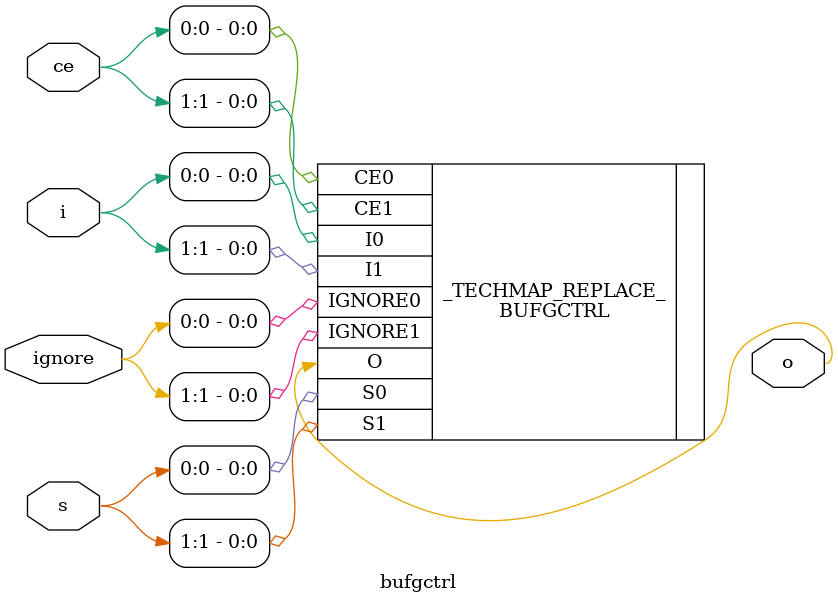
<source format=v>
`define MEM_MINWIDTH 1
`define MEM_MAXADDR PPP
`define MEM_MAXDATA 36
`define MAX(a,b) (a > b ? a : b)
`define MIN(a,b) (a < b ? a : b)

module \$mem (RD_CLK, RD_ADDR, RD_DATA, WR_CLK, WR_EN, WR_ADDR, WR_DATA);
	parameter MEMID = "";
	parameter SIZE = 256;
	parameter OFFSET = 0;
	parameter ABITS = 8;
	parameter WIDTH = 8;
	
	parameter RD_PORTS = 1;
	parameter RD_CLK_ENABLE = 1'b1;
	parameter RD_CLK_POLARITY = 1'b1;
	parameter RD_TRANSPARENT = 1'b1;
	
	parameter WR_PORTS = 1;
	parameter WR_CLK_ENABLE = 1'b1;
	parameter WR_CLK_POLARITY = 1'b1;
	
	input [RD_PORTS-1:0] RD_CLK;
	input [RD_PORTS*ABITS-1:0] RD_ADDR;
	output reg [RD_PORTS*WIDTH-1:0] RD_DATA;
	
	input [WR_PORTS-1:0] WR_CLK;
	input [WR_PORTS*ABITS-1:0] WR_ADDR;
	input [WR_PORTS*WIDTH-1:0] WR_DATA, WR_EN;
	
	wire [1023:0] _TECHMAP_DO_ = "proc; clean";
	
	parameter _TECHMAP_CONNMAP_RD_CLK_ = 0;
	parameter _TECHMAP_CONNMAP_WR_CLK_ = 0;
	parameter _TECHMAP_CONNMAP_RD_ADDR_ = 0;
	parameter _TECHMAP_CONNMAP_WR_ADDR_ = 0;
	parameter _TECHMAP_CONNMAP_WR_EN_ = 0;
	parameter _TECHMAP_BITS_CONNMAP_ = 0;
	//parameter _TECHMAP_CONNMAP_RD_PORTS_ = 0;
	//parameter _TECHMAP_CONNMAP_WR_PORTS_ = 0;
	
	reg _TECHMAP_FAIL_;
	initial begin
		_TECHMAP_FAIL_ <= 0;
	
		// only map cells with only one read and one write port
		if (RD_PORTS > 2 || WR_PORTS > 2)
			_TECHMAP_FAIL_ <= 1;
	
		// we expect positive read clock and non-transparent reads
		if (RD_TRANSPARENT || !RD_CLK_ENABLE || !RD_CLK_POLARITY)
			_TECHMAP_FAIL_ <= 1;
	
		// we expect positive write clock
		if (!WR_CLK_ENABLE || !WR_CLK_POLARITY)
			_TECHMAP_FAIL_ <= 1;
	
		// read and write must be in same clock domain
		if (_TECHMAP_CONNMAP_RD_CLK_ != _TECHMAP_CONNMAP_WR_CLK_)
			_TECHMAP_FAIL_ <= 1;
	
		// we don't do small memories or memories with offsets
		if (OFFSET != 0 || ABITS < `MEM_MINWIDTH || SIZE < 2**`MEM_MINWIDTH)
			_TECHMAP_FAIL_ <= 1;
	
	end

	genvar i;
	for (i = 0; i < `MAX(RD_PORTS, WR_PORTS); i = i+1) begin
		initial begin
			// check each pair of read and write port are the same
			if (RD_PORTS >= i && WR_PORTS >= i) begin
				if (_TECHMAP_CONNMAP_RD_ADDR_[ABITS*_TECHMAP_BITS_CONNMAP_*(i+1)-1:ABITS*_TECHMAP_BITS_CONNMAP_*i] != _TECHMAP_CONNMAP_WR_ADDR_[ABITS*_TECHMAP_BITS_CONNMAP_*(i+1)-1:ABITS*_TECHMAP_BITS_CONNMAP_*i])
					_TECHMAP_FAIL_ <= 1;
			end
		end
		// check all bits of write enable are the same
		if (i < WR_PORTS) begin
			genvar j;
			for (j = 1; j < WIDTH; j = j+1) begin
				initial begin
					if (_TECHMAP_CONNMAP_WR_EN_[(WIDTH*i+j+1)*_TECHMAP_BITS_CONNMAP_-1:(WIDTH*i+j)*_TECHMAP_BITS_CONNMAP_] != _TECHMAP_CONNMAP_WR_EN_[(WIDTH*i+1)*_TECHMAP_BITS_CONNMAP_-1:(WIDTH*i)*_TECHMAP_BITS_CONNMAP_])
						_TECHMAP_FAIL_ <= 1;
				end
			end
		end
	end

	
	\$__mem_gen #(
		.MEMID(MEMID), .SIZE(SIZE), .OFFSET(OFFSET), .ABITS(ABITS), .WIDTH(WIDTH),
		.RD_PORTS(RD_PORTS), .RD_CLK_ENABLE(RD_CLK_ENABLE), .RD_CLK_POLARITY(RD_CLK_POLARITY), .RD_TRANSPARENT(RD_TRANSPARENT),
		.WR_PORTS(WR_PORTS), .WR_CLK_ENABLE(WR_CLK_ENABLE), .WR_CLK_POLARITY(WR_CLK_POLARITY)
	) _TECHMAP_REPLACE_ (
		.RD_CLK(RD_CLK),
		.RD_ADDR(RD_ADDR),
		.RD_DATA(RD_DATA),
		.WR_CLK(WR_CLK),
		.WR_EN(WR_EN),
		.WR_ADDR(WR_ADDR),
		.WR_DATA(WR_DATA)
	);
endmodule

module \$__mem_gen (RD_CLK, RD_ADDR, RD_DATA, WR_CLK, WR_EN, WR_ADDR, WR_DATA);
	parameter MEMID = "";
	parameter SIZE = 256;
	parameter OFFSET = 0;
	parameter ABITS = 8;
	parameter WIDTH = 8;
	
	parameter RD_PORTS = 1;
	parameter RD_CLK_ENABLE = 1'b1;
	parameter RD_CLK_POLARITY = 1'b1;
	parameter RD_TRANSPARENT = 1'b1;
	
	parameter WR_PORTS = 1;
	parameter WR_CLK_ENABLE = 1'b1;
	parameter WR_CLK_POLARITY = 1'b1;
	
	input [RD_PORTS-1:0] RD_CLK;
	input [RD_PORTS*ABITS-1:0] RD_ADDR;
	output reg [RD_PORTS*WIDTH-1:0] RD_DATA;
	
	input [WR_PORTS-1:0] WR_CLK;
	input [WR_PORTS*ABITS-1:0] WR_ADDR;
	input [WR_PORTS*WIDTH-1:0] WR_DATA, WR_EN;

	wire [1023:0] _TECHMAP_DO_ = "proc; clean";

	genvar i;
	generate
		if (ABITS > `MEM_MAXADDR) begin
			wire [WIDTH-1:0] rd_data_hi, rd_data_lo;
			wire [(ABITS-1)*RD_PORTS-1:0] rd_addr_new;
			for (i = 0; i < RD_PORTS; i = i+1) begin
				assign rd_addr_new[(ABITS-1)*(i+1):(ABITS-1)*i] = RD_ADDR[ABITS*(i+1)-2:ABITS*i];
			end
			wire [(ABITS-1)*WR_PORTS-1:0] wr_addr_new;
			wire [WR_PORTS-1:0] wr_en_new;
			for (i = 0; i < WR_PORTS; i = i+1) begin
				assign wr_addr_new[(ABITS-1)*(i+1):(ABITS-1)*i] = WR_ADDR[ABITS*(i+1)-2:ABITS*i];
				assign wr_en_new[i] = WR_EN[i] & WR_ADDR[ABITS*(i+1)-1];
			end

			if (SIZE > 2**(ABITS-1)) begin
				\$__mem_gen #(
					.MEMID(MEMID), .SIZE(SIZE - 2**(ABITS-1)), .OFFSET(OFFSET), .ABITS(ABITS-1), .WIDTH(WIDTH),
					.RD_PORTS(RD_PORTS), .RD_CLK_ENABLE(RD_CLK_ENABLE), .RD_CLK_POLARITY(RD_CLK_POLARITY), .RD_TRANSPARENT(RD_TRANSPARENT),
					.WR_PORTS(WR_PORTS), .WR_CLK_ENABLE(WR_CLK_ENABLE), .WR_CLK_POLARITY(WR_CLK_POLARITY)
				) mem_hi (
					.RD_CLK(RD_CLK),
					.RD_ADDR(rd_addr_new),
					.RD_DATA(rd_data_hi),
					.WR_CLK(WR_CLK),
					.WR_EN(wr_en_new),
					.WR_ADDR(wr_addr_new),
					.WR_DATA(WR_DATA)
				);
			end 
			else begin
				assign rd_data_hi = {{WIDTH}{1'bx}};
			end

			\$__mem_gen #(
				.MEMID(MEMID), .SIZE(SIZE > 2**(ABITS-1) ? 2**(ABITS-1) : SIZE), .OFFSET(OFFSET), .ABITS(ABITS-1), .WIDTH(WIDTH),
				.RD_PORTS(RD_PORTS), .RD_CLK_ENABLE(RD_CLK_ENABLE), .RD_CLK_POLARITY(RD_CLK_POLARITY), .RD_TRANSPARENT(RD_TRANSPARENT),
				.WR_PORTS(WR_PORTS), .WR_CLK_ENABLE(WR_CLK_ENABLE), .WR_CLK_POLARITY(WR_CLK_POLARITY)
			) mem_lo (
				.RD_CLK(RD_CLK),
				.RD_ADDR(rd_addr_new),
				.RD_DATA(rd_data_lo),
				.WR_CLK(WR_CLK),
				.WR_EN(wr_en_new),
				.WR_ADDR(wr_addr_new),
				.WR_DATA(WR_DATA)
			);

			reg [RD_PORTS-1:0] delayed_abit;
			for (i = 0; i < RD_PORTS; i = i+1) begin
				always @(posedge RD_CLK[i])
					delayed_abit[i] <= RD_ADDR[ABITS*(i+1)-1];
				assign RD_DATA[WIDTH*(i+1)-1:WIDTH*i] = delayed_abit[i] ? rd_data_hi : rd_data_lo;
			end
		end 
		else begin
			localparam step = (	ABITS == 15 ? 1 :
						ABITS == 14 ? 2 :
						ABITS == 13 ? 4 :
						ABITS == 12 ? 9 :
						ABITS == 11 ? 18 :
						ABITS == 10 ? 36 :
						/*ABITS == 9 ?*/ 
						RD_PORTS < 2 && WR_PORTS < 2 ? 72 : 36);
			for (i = 0; i < WIDTH; i = i+step) begin:slice
				wire [`MEM_MAXDATA-1:0] in1, in2;
				wire [`MEM_MAXDATA-1:0] out1, out2;
				wire [ABITS-1:0] addr2;
				wire [7:0] we2;

				assign in1 = `MEM_MAXDATA'bx;
				assign in2 = `MEM_MAXDATA'bx;
				case (step)
					/* Twiddle data so that it still works
					* even if we drop to RAMB18 */
					9: assign {in1[8-1:8/2], in1[32], in1[8/2-1:0]} = WR_DATA[`MIN(i+step,WIDTH)-1:i];
					18: assign {in1[33], in1[16-1:16/2], in1[32], in1[16/2-1:0]} = WR_DATA[`MIN(i+step,WIDTH)-1:i];
					36: assign {in1[35:34], in1[32-1:32/2], in1[33:32], in1[32/2-1:0]} = WR_DATA[`MIN(i+step,WIDTH)-1:i];
					72: assign {in2[35:34], in1[35:34], in2[64/2-1:64/4], in1[64/2-1:64/4], 
						    in2[33:32], in1[33:32], in2[64/4-1:0], in1[64/4-1:0]} = WR_DATA[`MIN(i+step,WIDTH)-1:i];
					default: assign in1[step-1:0] = WR_DATA[`MIN(i+step,WIDTH)-1:i];
				endcase
				if (WR_PORTS > 1) begin
					case (step)
						9: assign {in2[8-1:8/2], in2[32], in2[8/2-1:0]} = WR_DATA[WIDTH+`MIN(i+step,WIDTH)-1:WIDTH+i];
						18: assign {in2[33], in2[16-1:16/2], in2[32], in2[16/2-1:0]} = WR_DATA[WIDTH+`MIN(i+step,WIDTH)-1:WIDTH+i];
						36: assign {in2[35:34], in2[32-1:32/2], in2[33:32], in2[32/2-1:0]} = WR_DATA[WIDTH+`MIN(i+step,WIDTH)-1:WIDTH+i];
						default:  assign in2[step-1:0] = WR_DATA[WIDTH+`MIN(i+step,WIDTH)-1:WIDTH+i];
					endcase
				end

				case (step)
					9: assign RD_DATA[`MIN(i+step,WIDTH)-1:i] = { out1[8-1:8/2], out1[32], out1[8/2-1:0] };
					18: assign RD_DATA[`MIN(i+step,WIDTH)-1:i] = { out1[33], out1[16-1:16/2], out1[32], out1[16/2-1:0] };
					36: assign RD_DATA[`MIN(i+step,WIDTH)-1:i] = { out1[35:34], out1[32-1:32/2], out1[33:32], out1[32/2-1:0] };
					72: assign RD_DATA[`MIN(i+step,WIDTH)-1:i] = { 
						out2[35:34], out1[35:34], out2[64/2-1:64/4], out1[64/2-1:64/4], 
						out2[33:32], out1[33:32], out2[64/4-1:0], out1[64/4-1:0] };
					default: assign RD_DATA[`MIN(i+step,WIDTH)-1:i] = out1[step-1:0];
				endcase
				if (RD_PORTS > 1) begin
					case (step)
						9: assign RD_DATA[WIDTH+`MIN(i+step,WIDTH)-1:WIDTH+i] = { out2[8-1:8/2], out2[32], out2[8/2-1:0] };
						18: assign RD_DATA[WIDTH+`MIN(i+step,WIDTH)-1:WIDTH+i] = { out2[33], out2[16-1:16/2], out2[32], out2[16/2-1:0] };
						36: assign RD_DATA[WIDTH+`MIN(i+step,WIDTH)-1:WIDTH+i] = { out2[35:34], out2[32-1:32/2], out2[33:32], out2[32/2-1:0] };
						default: assign RD_DATA[WIDTH+`MIN(i+step,WIDTH)-1:WIDTH+i] = out2[step-1:0];
					endcase
				end

				if (step < 72) begin
					if (RD_PORTS > 1 || WR_PORTS > 1) begin
						assign addr2 = RD_ADDR[2*ABITS-1:ABITS];
						assign we2 = {{8}{WR_EN[WIDTH]}};
					end
					else begin
						assign addr2 = `MEM_MAXADDR'bx;
						assign we2[7:0] = 8'b0;
					end
				end
				else begin
					assign addr2 = RD_ADDR;
					assign we2[7:0] = {{8}{WR_EN[0]}};
				end

				if (WIDTH <= i + step/2) begin
					RAMB18E1 #(
						// For single port, step >= 36, use `MEM_MAXDATA and both ports
						.READ_WIDTH_A(`MIN(step, `MEM_MAXDATA)/2),
						.READ_WIDTH_B(`MIN(step, `MEM_MAXDATA)/2),
						.WRITE_WIDTH_A(`MIN(step, `MEM_MAXDATA)/2),
						.WRITE_WIDTH_B(`MIN(step, `MEM_MAXDATA)/2)
					) m (
						.CLKARDCLK(RD_CLK[0]),
						.ADDRARDADDR0(RD_ADDR[0]), .ADDRARDADDR1(RD_ADDR[1]), .ADDRARDADDR2(RD_ADDR[2]), .ADDRARDADDR3(RD_ADDR[3]), .ADDRARDADDR4(RD_ADDR[4]), 
						.ADDRARDADDR5(RD_ADDR[5]), .ADDRARDADDR6(RD_ADDR[6]), .ADDRARDADDR7(RD_ADDR[7]), .ADDRARDADDR8(RD_ADDR[8]),  .ADDRARDADDR9(RD_ADDR[9]),
						.ADDRARDADDR10(RD_ADDR[10]), .ADDRARDADDR11(RD_ADDR[11]), .ADDRARDADDR12(RD_ADDR[12]), .ADDRARDADDR13(RD_ADDR[13]),
						.DOADO0(out1[0]), .DOADO1(out1[1]), .DOADO2(out1[2]), .DOADO3(out1[3]), .DOADO4(out1[4]), .DOADO5(out1[5]), .DOADO6(out1[6]), .DOADO7(out1[7]), .DOADO8(out1[8]), .DOADO9(out1[9]),
						.DOADO10(out1[10]), .DOADO11(out1[11]), .DOADO12(out1[12]), .DOADO13(out1[13]), .DOADO14(out1[14]), .DOADO15(out1[15]),
						.DOPADOP0(out1[32]),  .DOPADOP1(out1[33]),
						.DIADI0(in1[0]), .DIADI1(in1[1]), .DIADI2(in1[2]), .DIADI3(in1[3]), .DIADI4(in1[4]), .DIADI5(in1[5]), .DIADI6(in1[6]),  .DIADI7(in1[7]), .DIADI8(in1[8]), .DIADI9(in1[9]),
						.DIADI10(in1[10]), .DIADI11(in1[11]), .DIADI12(in1[12]), .DIADI13(in1[13]), .DIADI14(in1[14]), .DIADI15(in1[15]),
						.DIPADIP0(in1[32]), .DIPADIP1(in1[33]),
						.WEA0(WR_EN[0]), .WEA1(WR_EN[0]),
						.CLKBWRCLK(RD_CLK[1]),
						.ADDRBWRADDR0(addr2[0]), .ADDRBWRADDR1(addr2[1]), .ADDRBWRADDR2(addr2[2]), .ADDRBWRADDR3(addr2[3]), .ADDRBWRADDR4(addr2[4]),
						.ADDRBWRADDR5(addr2[5]), .ADDRBWRADDR6(addr2[6]), .ADDRBWRADDR7(addr2[7]), .ADDRBWRADDR8(addr2[8]), .ADDRBWRADDR9(addr2[9]),
						.ADDRBWRADDR10(addr2[10]), .ADDRBWRADDR11(addr2[11]), .ADDRBWRADDR12(addr2[12]), .ADDRBWRADDR13(addr2[13]),
						.DOBDO0(out2[0]), .DOBDO1(out2[1]), .DOBDO2(out2[2]), .DOBDO3(out2[3]), .DOBDO4(out2[4]), .DOBDO5(out2[5]), .DOBDO6(out2[6]), .DOBDO7(out2[7]), .DOBDO8(out2[8]), .DOBDO9(out2[9]),
						.DOBDO10(out2[10]), .DOBDO11(out2[11]), .DOBDO12(out2[12]), .DOBDO13(out2[13]), .DOBDO14(out2[14]), .DOBDO15(out2[15]),
						.DOPBDOP0(out2[32]),  .DOPBDOP1(out2[33]),
						.DIBDI0(in2[0]), .DIBDI1(in2[1]), .DIBDI2(in2[2]), .DIBDI3(in2[3]), .DIBDI4(in2[4]), .DIBDI5(in2[5]), .DIBDI6(in2[6]),  .DIBDI7(in2[7]), .DIBDI8(in2[8]), .DIBDI9(in2[9]),
						.DIBDI10(in2[10]), .DIBDI11(in2[11]), .DIBDI12(in2[12]), .DIBDI13(in2[13]), .DIBDI14(in2[14]), .DIBDI15(in2[15]),
						.DIPBDIP0(in2[32]), .DIPBDIP1(in2[33]),
						.WEBWE0(we2[0]), .WEBWE1(we2[1]), .WEBWE2(we2[2]), .WEBWE3(we2[3])
					);
				end
				else begin
					RAMB36E1 #(
						.step(step),
						.rd_ports(RD_PORTS),
						// For single port, step >= 72, use `MEM_MAXDATA and both ports
						.READ_WIDTH_A(`MIN(step, `MEM_MAXDATA)),
						.READ_WIDTH_B(`MIN(step, `MEM_MAXDATA)),
						.WRITE_WIDTH_A(`MIN(step, `MEM_MAXDATA)),
						.WRITE_WIDTH_B(`MIN(step, `MEM_MAXDATA))
					) m (
						.CLKARDCLK(RD_CLK[0]),
						.ADDRARDADDR0(RD_ADDR[0]), .ADDRARDADDR1(RD_ADDR[1]), .ADDRARDADDR2(RD_ADDR[2]), .ADDRARDADDR3(RD_ADDR[3]), .ADDRARDADDR4(RD_ADDR[4]), 
						.ADDRARDADDR5(RD_ADDR[5]), .ADDRARDADDR6(RD_ADDR[6]), .ADDRARDADDR7(RD_ADDR[7]), .ADDRARDADDR8(RD_ADDR[8]),  .ADDRARDADDR9(RD_ADDR[9]),
						.ADDRARDADDR10(RD_ADDR[10]), .ADDRARDADDR11(RD_ADDR[11]), .ADDRARDADDR12(RD_ADDR[12]), .ADDRARDADDR13(RD_ADDR[13]), .ADDRARDADDR14(RD_ADDR[14]),
						.DOADO0(out1[0]), .DOADO1(out1[1]), .DOADO2(out1[2]), .DOADO3(out1[3]), .DOADO4(out1[4]), .DOADO5(out1[5]), .DOADO6(out1[6]), .DOADO7(out1[7]), .DOADO8(out1[8]), .DOADO9(out1[9]),
						.DOADO10(out1[10]), .DOADO11(out1[11]), .DOADO12(out1[12]), .DOADO13(out1[13]), .DOADO14(out1[14]), .DOADO15(out1[15]), .DOADO16(out1[16]), .DOADO17(out1[17]), .DOADO18(out1[18]), .DOADO19(out1[19]),
						.DOADO20(out1[20]), .DOADO21(out1[21]), .DOADO22(out1[22]), .DOADO23(out1[23]), .DOADO24(out1[24]), .DOADO25(out1[25]), .DOADO26(out1[26]), .DOADO27(out1[27]), .DOADO28(out1[28]), .DOADO29(out1[29]),
						.DOADO30(out1[30]), .DOADO31(out1[31]),
						.DOPADOP0(out1[32]),  .DOPADOP1(out1[33]), .DOPADOP2(out1[34]), .DOPADOP3(out1[35]),
						.DIADI0(in1[0]), .DIADI1(in1[1]), .DIADI2(in1[2]), .DIADI3(in1[3]), .DIADI4(in1[4]), .DIADI5(in1[5]), .DIADI6(in1[6]),  .DIADI7(in1[7]), .DIADI8(in1[8]), .DIADI9(in1[9]),
						.DIADI10(in1[10]), .DIADI11(in1[11]), .DIADI12(in1[12]), .DIADI13(in1[13]), .DIADI14(in1[14]), .DIADI15(in1[15]), .DIADI16(in1[16]),  .DIADI17(in1[17]), .DIADI18(in1[18]), .DIADI19(in1[19]),
						.DIADI20(in1[20]), .DIADI21(in1[21]), .DIADI22(in1[22]), .DIADI23(in1[23]), .DIADI24(in1[24]), .DIADI25(in1[25]), .DIADI26(in1[26]),  .DIADI27(in1[27]), .DIADI28(in1[28]), .DIADI29(in1[29]),
						.DIADI30(in1[30]), .DIADI31(in1[31]), 
						.DIPADIP0(in1[32]), .DIPADIP1(in1[33]), .DIPADIP2(in1[34]), .DIPADIP3(in1[35]),
						.WEA0(WR_EN[0]), .WEA1(WR_EN[0]), .WEA2(WR_EN[0]),.WEA3(WR_EN[0]),
						.CLKBWRCLK(RD_CLK[1]),
						.ADDRBWRADDR0(addr2[0]), .ADDRBWRADDR1(addr2[1]), .ADDRBWRADDR2(addr2[2]), .ADDRBWRADDR3(addr2[3]), .ADDRBWRADDR4(addr2[4]),
						.ADDRBWRADDR5(addr2[5]), .ADDRBWRADDR6(addr2[6]), .ADDRBWRADDR7(addr2[7]), .ADDRBWRADDR8(addr2[8]), .ADDRBWRADDR9(addr2[9]),
						.ADDRBWRADDR10(addr2[10]), .ADDRBWRADDR11(addr2[11]), .ADDRBWRADDR12(addr2[12]), .ADDRBWRADDR13(addr2[13]), .ADDRBWRADDR14(addr2[14]),
						.DOBDO0(out2[0]), .DOBDO1(out2[1]), .DOBDO2(out2[2]), .DOBDO3(out2[3]), .DOBDO4(out2[4]), .DOBDO5(out2[5]), .DOBDO6(out2[6]), .DOBDO7(out2[7]), .DOBDO8(out2[8]), .DOBDO9(out2[9]),
						.DOBDO10(out2[10]), .DOBDO11(out2[11]), .DOBDO12(out2[12]), .DOBDO13(out2[13]), .DOBDO14(out2[14]), .DOBDO15(out2[15]), .DOBDO16(out2[16]), .DOBDO17(out2[17]), .DOBDO18(out2[18]), .DOBDO19(out2[19]),
						.DOBDO20(out2[20]), .DOBDO21(out2[21]), .DOBDO22(out2[22]), .DOBDO23(out2[23]), .DOBDO24(out2[24]), .DOBDO25(out2[25]), .DOBDO26(out2[26]), .DOBDO27(out2[27]), .DOBDO28(out2[28]), .DOBDO29(out2[29]),
						.DOBDO30(out2[30]), .DOBDO31(out2[31]),
						.DOPBDOP0(out2[32]),  .DOPBDOP1(out2[33]), .DOPBDOP2(out2[34]), .DOPBDOP3(out2[35]),
						.DIBDI0(in2[0]), .DIBDI1(in2[1]), .DIBDI2(in2[2]), .DIBDI3(in2[3]), .DIBDI4(in2[4]), .DIBDI5(in2[5]), .DIBDI6(in2[6]),  .DIBDI7(in2[7]), .DIBDI8(in2[8]), .DIBDI9(in2[9]),
						.DIBDI10(in2[10]), .DIBDI11(in2[11]), .DIBDI12(in2[12]), .DIBDI13(in2[13]), .DIBDI14(in2[14]), .DIBDI15(in2[15]), .DIBDI16(in2[16]),  .DIBDI17(in2[17]), .DIBDI18(in2[18]), .DIBDI19(in2[19]),
						.DIBDI20(in2[20]), .DIBDI21(in2[21]), .DIBDI22(in2[22]), .DIBDI23(in2[23]), .DIBDI24(in2[24]), .DIBDI25(in2[25]), .DIBDI26(in2[26]),  .DIBDI27(in2[27]), .DIBDI28(in2[28]), .DIBDI29(in2[29]),
						.DIBDI30(in2[30]), .DIBDI31(in2[31]), 
						.DIPBDIP0(in2[32]), .DIPBDIP1(in2[33]), .DIPBDIP2(in2[34]), .DIPBDIP3(in2[35]),
						.WEBWE0(we2[0]), .WEBWE1(we2[1]), .WEBWE2(we2[2]), .WEBWE3(we2[3]), .WEBWE4(we2[4]), .WEBWE5(we2[5]), .WEBWE6(we2[6]), .WEBWE7(we2[7]) 
					);
				end
			end
		end
	endgenerate
endmodule

module multiply(a, b, p);
parameter A_WIDTH = 25;
parameter B_WIDTH = 18;
parameter Y_WIDTH = A_WIDTH+B_WIDTH;
input [A_WIDTH-1:0] a;
input [B_WIDTH-1:0] b;
output [Y_WIDTH-1:0] p;

DSP48E1 #(
	.AREG(0), 
	.BREG(0), 
	.PREG(0),
	.MREG(0),
	.DREG(0),
	.ADREG(0),
	.ACASCREG(0),
	.BCASCREG(0),
	.USE_DPORT("FALSE"),
	.USE_MULT("MULTIPLY")
) 
_TECHMAP_REPLACE_ 
(
	.CEA1(1'b0), .CEA2(1'b0), .CEB1(1'b0), .CEB2(1'b0), .CEM(1'b0), .CEP(1'b0),
	// {X,Y} muxes from M
	.OPMODE0 (1'b1), .OPMODE2 (1'b1),
	.A0(a[ 0]), .A1(a[ 1]), .A2(a[ 2]), .A3(a[ 3]), .A4(a[ 4]), .A5(a[ 5]), .A6(a[ 6]), .A7(a[ 7]), .A8(a[ 8]), .A9(a[ 9]),
	.A10(a[10]), .A11(a[11]), .A12(a[12]), .A13(a[13]), .A14(a[14]), .A15(a[15]), .A16(a[16]), .A17(a[17]), .A18(a[18]), .A19(a[19]), .A20(a[20]),
	.A21(a[21]), .A22(a[22]), .A23(a[23]), .A24(a[24]),
	.B0(b[ 0]), .B1(b[ 1]), .B2(b[ 2]), .B3(b[ 3]), .B4(b[ 4]), .B5(b[ 5]), .B6(b[ 6]), .B7(b[ 7]), .B8(b[ 8]), .B9(b[ 9]),
	.B10(b[10]), .B11(b[11]), .B12(b[12]), .B13(b[13]), .B14(b[14]), .B15(b[15]),.B16(b[16]), .B17(b[17]),
	.P0(p[ 0]), .P1(p[ 1]), .P2(p[ 2]), .P3(p[ 3]), .P4(p[ 4]), .P5(p[ 5]), .P6(p[ 6]), .P7(p[ 7]), .P8(p[ 8]), .P9(p[ 9]),
	.P10(p[10]), .P11(p[11]), .P12(p[12]), .P13(p[13]), .P14(p[14]), .P15(p[15]), .P16(p[16]), .P17(p[17]), .P18(p[18]), .P19(p[19]),
	.P20(p[20]), .P21(p[21]), .P22(p[22]), .P23(p[23]), .P24(p[24]), .P25(p[25]), .P26(p[26]), .P27(p[27]), .P28(p[28]), .P29(p[29]),
	.P30(p[30]), .P31(p[31]), .P32(p[32]), .P33(p[33]), .P34(p[34]), .P35(p[35]), .P36(p[36]), .P37(p[37]), .P38(p[38]), .P39(p[39]),
	.P40(p[40]), .P41(p[41]), .P42(p[42])
);

endmodule

module xadder(a_xor_b, a_and_b, cin, cout, sumout);
parameter _TECHMAP_CONSTMSK_cin_ = 0;
parameter _TECHMAP_CONSTVAL_cin_ = 0;

input a_xor_b, a_and_b, cin;
output cout, sumout;

wire [1023:0] _TECHMAP_DO_ = "proc; clean";
// If cin is constant at 1'bx, then set it to 1'b0
// (map errors out otherwise)
wire cin0 = _TECHMAP_CONSTMSK_cin_ === 1'b1 && _TECHMAP_CONSTVAL_cin_ === 1'bx ? 1'b0 : cin;

MUXCY _cy (.S(a_xor_b), .DI(a_and_b), .CI(cin0), .O(cout));
XORCY _xor (.LI(a_xor_b), .CI(cin0), .O(sumout));

endmodule

module \$lut (A, Y);

  parameter WIDTH = 0;
  parameter LUT = 0;

  input [WIDTH-1:0] A;
  output Y;

  generate
    if (WIDTH == 8) begin:lut8
      wire [6-1:0] _y;
      (* U_SET="_TECHMAP_REPLACE_", RLOC="X0Y0", BEL="D6LUT" *)
      LUT6 #(.INIT(LUT[1*(2**(WIDTH-2))-1:0*(2**(WIDTH-2))])) fpga_lut_lo_lo (.I0(A[0]), .I1(A[1]), .I2(A[2]), .I3(A[3]), .I4(A[4]), .I5(A[5]), .O(_y[0]));
      (* U_SET="_TECHMAP_REPLACE_", RLOC="X0Y0", BEL="C6LUT" *)
      LUT6 #(.INIT(LUT[2*(2**(WIDTH-2))-1:1*(2**(WIDTH-2))])) fpga_lut_lo_hi (.I0(A[0]), .I1(A[1]), .I2(A[2]), .I3(A[3]), .I4(A[4]), .I5(A[5]), .O(_y[1]));
      (* U_SET="_TECHMAP_REPLACE_", RLOC="X0Y0", BEL="F7BMUX" *)
      MUXF7 fpga_lut_muxf7_lo (.O(_y[4]), .I0(_y[0]), .I1(_y[1]), .S(A[WIDTH-2]));

      (* U_SET="_TECHMAP_REPLACE_", RLOC="X0Y0", BEL="B6LUT" *)
      LUT6 #(.INIT(LUT[3*(2**(WIDTH-2))-1:2*(2**(WIDTH-2))])) fpga_lut_hi_lo (.I0(A[0]), .I1(A[1]), .I2(A[2]), .I3(A[3]), .I4(A[4]), .I5(A[5]), .O(_y[2]));
      (* U_SET="_TECHMAP_REPLACE_", RLOC="X0Y0", BEL="A6LUT" *)
      LUT6 #(.INIT(LUT[4*(2**(WIDTH-2))-1:3*(2**(WIDTH-2))])) fpga_lut_hi_hi (.I0(A[0]), .I1(A[1]), .I2(A[2]), .I3(A[3]), .I4(A[4]), .I5(A[5]), .O(_y[3]));
      (* U_SET="_TECHMAP_REPLACE_", RLOC="X0Y0", BEL="F7AMUX" *)
      MUXF7 fpga_lut_muxf7_hi (.O(_y[5]), .I0(_y[2]), .I1(_y[3]), .S(A[WIDTH-2]));

      (* U_SET="_TECHMAP_REPLACE_", RLOC="X0Y0" *)
      MUXF8 fpga_lut_muxf8 (.O(Y), .I0(_y[4]), .I1(_y[5]), .S(A[WIDTH-1]));
    end else
    if (WIDTH == 7) begin:lut7
      wire [2-1:0] _y;
      (* U_SET="_TECHMAP_REPLACE_", RLOC="X0Y0" *)
      LUT6 #(.INIT(LUT[1*(2**(WIDTH-1))-1:0*(2**(WIDTH-1))])) fpga_lut_lo (.I0(A[0]), .I1(A[1]), .I2(A[2]), .I3(A[3]), .I4(A[4]), .I5(A[5]), .O(_y[0]));
      (* U_SET="_TECHMAP_REPLACE_", RLOC="X0Y0" *)
      LUT6 #(.INIT(LUT[2*(2**(WIDTH-1))-1:1*(2**(WIDTH-1))])) fpga_lut_hi (.I0(A[0]), .I1(A[1]), .I2(A[2]), .I3(A[3]), .I4(A[4]), .I5(A[5]), .O(_y[1]));
      (* U_SET="_TECHMAP_REPLACE_", RLOC="X0Y0" *)
      MUXF7 fpga_lut_muxf7 (.O(Y), .I0(_y[0]), .I1(_y[1]), .S(A[WIDTH-1]));
    end else begin
      wire _TECHMAP_FAIL_ = 1;
    end
  endgenerate
endmodule


module bufgctrl(i, s, ce, ignore, o);
input [1:0] i;
input [1:0] s;
input [1:0] ce;
input [1:0] ignore;
output o;

BUFGCTRL _TECHMAP_REPLACE_ (.I0(i[0]), .I1(i[1]),
	.S0(s[0]), .S1(s[1]),
	.CE0(ce[0]), .CE1(ce[1]),
	.IGNORE0(ignore[0]), .IGNORE1(ignore[1]),
	.O(o));

endmodule

</source>
